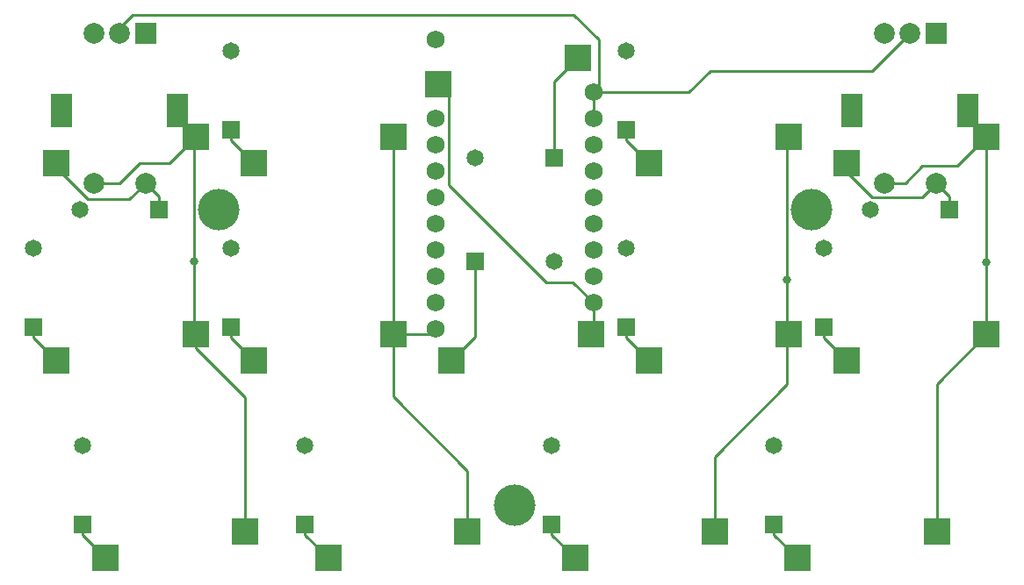
<source format=gbl>
%TF.GenerationSoftware,KiCad,Pcbnew,(5.1.10)-1*%
%TF.CreationDate,2021-10-22T01:43:44-05:00*%
%TF.ProjectId,qwahtrohio,71776168-7472-46f6-9869-6f2e6b696361,rev?*%
%TF.SameCoordinates,Original*%
%TF.FileFunction,Copper,L2,Bot*%
%TF.FilePolarity,Positive*%
%FSLAX46Y46*%
G04 Gerber Fmt 4.6, Leading zero omitted, Abs format (unit mm)*
G04 Created by KiCad (PCBNEW (5.1.10)-1) date 2021-10-22 01:43:44*
%MOMM*%
%LPD*%
G01*
G04 APERTURE LIST*
%TA.AperFunction,ComponentPad*%
%ADD10C,1.752600*%
%TD*%
%TA.AperFunction,ComponentPad*%
%ADD11R,2.000000X2.000000*%
%TD*%
%TA.AperFunction,ComponentPad*%
%ADD12C,2.000000*%
%TD*%
%TA.AperFunction,WasherPad*%
%ADD13R,2.000000X3.200000*%
%TD*%
%TA.AperFunction,SMDPad,CuDef*%
%ADD14R,2.550000X2.500000*%
%TD*%
%TA.AperFunction,ComponentPad*%
%ADD15C,4.000000*%
%TD*%
%TA.AperFunction,ComponentPad*%
%ADD16R,1.651000X1.651000*%
%TD*%
%TA.AperFunction,ComponentPad*%
%ADD17C,1.651000*%
%TD*%
%TA.AperFunction,ViaPad*%
%ADD18C,0.800000*%
%TD*%
%TA.AperFunction,Conductor*%
%ADD19C,0.250000*%
%TD*%
G04 APERTURE END LIST*
D10*
X163082500Y-81935000D03*
X163082500Y-84475000D03*
X163082500Y-87015000D03*
X163082500Y-89555000D03*
X163082500Y-92095000D03*
X163082500Y-94635000D03*
X163082500Y-97175000D03*
X163082500Y-99715000D03*
X163082500Y-102255000D03*
X147842500Y-104795000D03*
X147842500Y-102255000D03*
X147842500Y-99715000D03*
X147842500Y-97175000D03*
X147842500Y-94635000D03*
X147842500Y-92095000D03*
X147842500Y-89555000D03*
X147842500Y-87015000D03*
X147842500Y-84475000D03*
X147842500Y-76855000D03*
D11*
X119900000Y-76200000D03*
D12*
X117400000Y-76200000D03*
X114900000Y-76200000D03*
D13*
X123000000Y-83700000D03*
X111800000Y-83700000D03*
D12*
X119900000Y-90700000D03*
X114900000Y-90700000D03*
D14*
X137503750Y-126880000D03*
X150953750Y-124340000D03*
X161316250Y-126880000D03*
X174766250Y-124340000D03*
D11*
X196100000Y-76200000D03*
D12*
X193600000Y-76200000D03*
X191100000Y-76200000D03*
D13*
X199200000Y-83700000D03*
X188000000Y-83700000D03*
D12*
X196100000Y-90700000D03*
X191100000Y-90700000D03*
D14*
X200960000Y-86240000D03*
X187510000Y-88780000D03*
X196197500Y-124340000D03*
X182747500Y-126880000D03*
X200960000Y-105290000D03*
X187510000Y-107830000D03*
X181910000Y-105290000D03*
X168460000Y-107830000D03*
X181910000Y-86240000D03*
X168460000Y-88780000D03*
X162860000Y-105290000D03*
X149410000Y-107830000D03*
X148140000Y-81160000D03*
X161590000Y-78620000D03*
X143810000Y-105290000D03*
X130360000Y-107830000D03*
X143810000Y-86240000D03*
X130360000Y-88780000D03*
X129522500Y-124340000D03*
X116072500Y-126880000D03*
X124760000Y-105290000D03*
X111310000Y-107830000D03*
X124760000Y-86240000D03*
X111310000Y-88780000D03*
D15*
X126925000Y-93225000D03*
X155500000Y-121800000D03*
X184075000Y-93225000D03*
D16*
X180487500Y-123610000D03*
D17*
X180487500Y-115990000D03*
D16*
X185250000Y-104560000D03*
D17*
X185250000Y-96940000D03*
D16*
X197410000Y-93225000D03*
D17*
X189790000Y-93225000D03*
D16*
X159056250Y-123610000D03*
D17*
X159056250Y-115990000D03*
D16*
X166200000Y-104560000D03*
D17*
X166200000Y-96940000D03*
D16*
X166200000Y-85510000D03*
D17*
X166200000Y-77890000D03*
D16*
X151690000Y-98225000D03*
D17*
X159310000Y-98225000D03*
D16*
X159310000Y-88225000D03*
D17*
X151690000Y-88225000D03*
D16*
X135243750Y-123610000D03*
D17*
X135243750Y-115990000D03*
D16*
X128100000Y-104560000D03*
D17*
X128100000Y-96940000D03*
D16*
X128100000Y-85510000D03*
D17*
X128100000Y-77890000D03*
D16*
X113812500Y-123610000D03*
D17*
X113812500Y-115990000D03*
D16*
X109050000Y-104560000D03*
D17*
X109050000Y-96940000D03*
D16*
X121210000Y-93225000D03*
D17*
X113590000Y-93225000D03*
D18*
X124599999Y-98244999D03*
X181749999Y-100040000D03*
X200960000Y-98284998D03*
D19*
X121210000Y-92010000D02*
X121210000Y-93225000D01*
X119900000Y-90700000D02*
X121210000Y-92010000D01*
X111310000Y-89175002D02*
X111310000Y-88780000D01*
X114374998Y-92240000D02*
X111310000Y-89175002D01*
X118360000Y-92240000D02*
X114374998Y-92240000D01*
X119900000Y-90700000D02*
X118360000Y-92240000D01*
X109050000Y-105570000D02*
X111310000Y-107830000D01*
X109050000Y-104560000D02*
X109050000Y-105570000D01*
X113812500Y-124620000D02*
X116072500Y-126880000D01*
X113812500Y-123610000D02*
X113812500Y-124620000D01*
X128100000Y-86520000D02*
X130360000Y-88780000D01*
X128100000Y-85510000D02*
X128100000Y-86520000D01*
X128100000Y-105570000D02*
X130360000Y-107830000D01*
X128100000Y-104560000D02*
X128100000Y-105570000D01*
X135243750Y-124620000D02*
X137503750Y-126880000D01*
X135243750Y-123610000D02*
X135243750Y-124620000D01*
X161590000Y-78620000D02*
X161590000Y-79010000D01*
X159310000Y-80900000D02*
X161590000Y-78620000D01*
X159310000Y-88225000D02*
X159310000Y-80900000D01*
X151690000Y-105550000D02*
X149410000Y-107830000D01*
X151690000Y-98225000D02*
X151690000Y-105550000D01*
X166200000Y-86520000D02*
X168460000Y-88780000D01*
X166200000Y-85510000D02*
X166200000Y-86520000D01*
X166200000Y-105570000D02*
X168460000Y-107830000D01*
X166200000Y-104560000D02*
X166200000Y-105570000D01*
X159056250Y-124620000D02*
X161316250Y-126880000D01*
X159056250Y-123610000D02*
X159056250Y-124620000D01*
X197410000Y-92010000D02*
X197410000Y-93225000D01*
X196100000Y-90700000D02*
X197410000Y-92010000D01*
X194760000Y-92040000D02*
X196100000Y-90700000D01*
X189974998Y-92040000D02*
X194760000Y-92040000D01*
X187510000Y-89575002D02*
X189974998Y-92040000D01*
X187510000Y-88780000D02*
X187510000Y-89575002D01*
X185250000Y-105570000D02*
X187510000Y-107830000D01*
X185250000Y-104560000D02*
X185250000Y-105570000D01*
X180487500Y-124620000D02*
X182747500Y-126880000D01*
X180487500Y-123610000D02*
X180487500Y-124620000D01*
X122250000Y-88750000D02*
X124760000Y-86240000D01*
X119300000Y-88750000D02*
X122250000Y-88750000D01*
X117350000Y-90700000D02*
X119300000Y-88750000D01*
X114900000Y-90700000D02*
X117350000Y-90700000D01*
X124599999Y-86400001D02*
X124760000Y-86240000D01*
X124599999Y-105129999D02*
X124599999Y-98244999D01*
X124760000Y-105290000D02*
X124599999Y-105129999D01*
X124599999Y-98244999D02*
X124599999Y-86400001D01*
X124760000Y-106625002D02*
X124760000Y-105290000D01*
X129522500Y-111387502D02*
X124760000Y-106625002D01*
X129522500Y-124340000D02*
X129522500Y-111387502D01*
X143810000Y-105290000D02*
X143810000Y-86240000D01*
X150953750Y-118453750D02*
X143810000Y-111310000D01*
X143810000Y-111310000D02*
X143810000Y-105290000D01*
X150953750Y-124340000D02*
X150953750Y-118453750D01*
X143810000Y-105290000D02*
X144807500Y-105290000D01*
X147347500Y-105290000D02*
X147842500Y-104795000D01*
X143810000Y-105290000D02*
X147347500Y-105290000D01*
X163082500Y-105067500D02*
X162860000Y-105290000D01*
X163082500Y-102255000D02*
X163082500Y-105067500D01*
X158574998Y-100240000D02*
X161067500Y-100240000D01*
X149174998Y-90840000D02*
X158574998Y-100240000D01*
X149174998Y-82194998D02*
X149174998Y-90840000D01*
X161067500Y-100240000D02*
X163082500Y-102255000D01*
X148140000Y-81160000D02*
X149174998Y-82194998D01*
X181749999Y-86400001D02*
X181749999Y-100040000D01*
X181910000Y-86240000D02*
X181749999Y-86400001D01*
X181749999Y-105129999D02*
X181749999Y-100040000D01*
X181910000Y-105290000D02*
X181749999Y-105129999D01*
X181774998Y-105425002D02*
X181910000Y-105290000D01*
X181774998Y-110075002D02*
X181774998Y-105425002D01*
X174766250Y-117083750D02*
X181774998Y-110075002D01*
X174766250Y-124340000D02*
X174766250Y-117083750D01*
X196197500Y-110052500D02*
X200960000Y-105290000D01*
X196197500Y-124340000D02*
X196197500Y-111227498D01*
X200960000Y-105290000D02*
X200960000Y-98284998D01*
X196197500Y-111227498D02*
X196197500Y-110052500D01*
X200960000Y-98284998D02*
X200960000Y-86240000D01*
X198160000Y-89040000D02*
X200960000Y-86240000D01*
X194794998Y-89040000D02*
X198160000Y-89040000D01*
X193134998Y-90700000D02*
X194794998Y-89040000D01*
X191100000Y-90700000D02*
X193134998Y-90700000D01*
X163082500Y-84475000D02*
X163082500Y-81935000D01*
X118667499Y-74440000D02*
X117400000Y-75707499D01*
X117400000Y-75707499D02*
X117400000Y-76200000D01*
X161174998Y-74440000D02*
X118667499Y-74440000D01*
X163574998Y-76840000D02*
X161174998Y-74440000D01*
X163574998Y-81442502D02*
X163574998Y-76840000D01*
X163082500Y-81935000D02*
X163574998Y-81442502D01*
X174374998Y-79840000D02*
X189960000Y-79840000D01*
X172279998Y-81935000D02*
X174374998Y-79840000D01*
X189960000Y-79840000D02*
X193600000Y-76200000D01*
X163082500Y-81935000D02*
X172279998Y-81935000D01*
M02*

</source>
